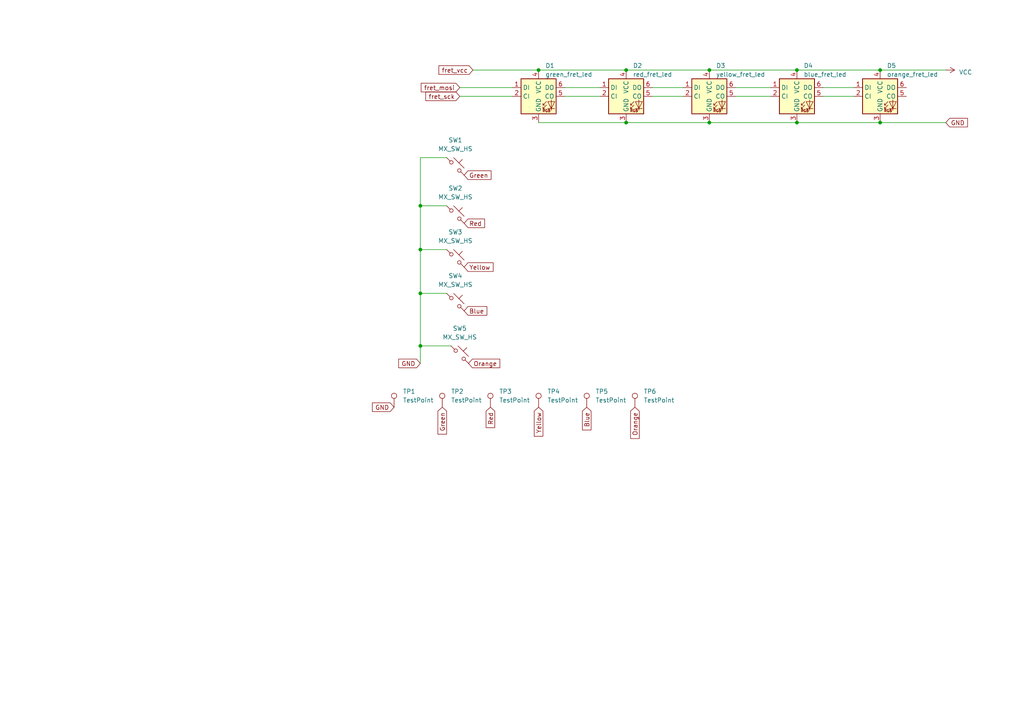
<source format=kicad_sch>
(kicad_sch (version 20230121) (generator eeschema)
  (paper "A4")
  (lib_symbols
    (symbol "Connector:TestPoint" (pin_numbers hide) (pin_names (offset 0.762) hide)
      (property "Reference" "TP" (at 0 6.858 0))
      (property "Value" "TestPoint" (at 0 5.08 0))
      (symbol "TestPoint_0_1"
        (circle (center 0 3.302) (radius 0.762))
      )
      (symbol "TestPoint_1_1"
        (pin passive line (at 0 0 90) (length 2.54) (name "1") (number "1"))
      )
    )
    (symbol "LED:APA102"
      (property "Reference" "D" (at 5.08 5.715 0))
      (property "Value" "APA102" (at 1.27 -5.715 0))
      (symbol "APA102_0_0"
        (text "RGB" (at 2.286 -4.191 0) (effects (font (size 0.762 0.762))))
      )
      (symbol "APA102_0_1"
        (polyline (pts (xy 1.27 -3.556) (xy 1.778 -3.556)))
        (polyline (pts (xy 1.27 -2.54) (xy 1.778 -2.54)))
        (polyline (pts (xy 4.699 -3.556) (xy 2.667 -3.556)))
        (polyline (pts (xy 2.286 -2.54) (xy 1.27 -3.556) (xy 1.27 -3.048)))
        (polyline (pts (xy 2.286 -1.524) (xy 1.27 -2.54) (xy 1.27 -2.032)))
        (polyline (pts (xy 3.683 -1.016) (xy 3.683 -3.556) (xy 3.683 -4.064)))
        (polyline (pts (xy 4.699 -1.524) (xy 2.667 -1.524) (xy 3.683 -3.556) (xy 4.699 -1.524)))
        (rectangle (start 5.08 5.08) (end -5.08 -5.08) (stroke (width 0.254)) (fill (type background)))
      )
      (symbol "APA102_1_1"
        (pin input line (at -7.62 2.54 0) (length 2.54) (name "DI") (number "1"))
        (pin input line (at -7.62 0 0) (length 2.54) (name "CI") (number "2"))
        (pin power_in line (at 0 -7.62 90) (length 2.54) (name "GND") (number "3"))
        (pin power_in line (at 0 7.62 270) (length 2.54) (name "VCC") (number "4"))
        (pin output line (at 7.62 0 180) (length 2.54) (name "CO") (number "5"))
        (pin output line (at 7.62 2.54 180) (length 2.54) (name "DO") (number "6"))
      )
    )
    (symbol "marbastlib-mx:MX_SW_HS" (pin_numbers hide) (pin_names (offset 1.016) hide)
      (property "Reference" "SW" (at 3.048 1.016 0))
      (property "Value" "MX_SW_HS" (at 0 -3.81 0))
      (symbol "MX_SW_HS_0_1"
        (circle (center -1.1684 1.1684) (radius 0.508))
        (polyline (pts (xy -0.508 2.54) (xy 2.54 -0.508)))
        (polyline (pts (xy 1.016 1.016) (xy 2.032 2.032)))
        (polyline (pts (xy -2.54 2.54) (xy -1.524 1.524) (xy -1.524 1.524)))
        (polyline (pts (xy 1.524 -1.524) (xy 2.54 -2.54) (xy 2.54 -2.54) (xy 2.54 -2.54)))
        (circle (center 1.143 -1.1938) (radius 0.508))
        (pin passive line (at -2.54 2.54 0) (length 0) (name "1") (number "1"))
        (pin passive line (at 2.54 -2.54 180) (length 0) (name "2") (number "2"))
      )
    )
    (symbol "power:VCC" (power) (pin_names (offset 0))
      (property "Value" "VCC" (at 0 3.81 0))
      (symbol "VCC_0_1"
        (polyline (pts (xy -0.762 1.27) (xy 0 2.54)))
        (polyline (pts (xy 0 0) (xy 0 2.54)))
        (polyline (pts (xy 0 2.54) (xy 0.762 1.27)))
      )
      (symbol "VCC_1_1"
        (pin power_in line (at 0 0 90) (length 0) hide (name "VCC") (number "1"))
      )
    )
  )
  (junction (at 231.14 20.32))
  (junction (at 121.92 100.33))
  (junction (at 121.92 85.09))
  (junction (at 205.74 20.32))
  (junction (at 255.27 20.32))
  (junction (at 205.74 35.56))
  (junction (at 255.27 35.56))
  (junction (at 231.14 35.56))
  (junction (at 181.61 35.56))
  (junction (at 181.61 20.32))
  (junction (at 121.92 59.69))
  (junction (at 121.92 72.39))
  (junction (at 156.21 20.32))
  (wire (pts (xy 231.14 35.56) (xy 255.27 35.56)))
  (wire (pts (xy 213.36 27.94) (xy 223.52 27.94)))
  (wire (pts (xy 189.23 27.94) (xy 198.12 27.94)))
  (wire (pts (xy 163.83 27.94) (xy 173.99 27.94)))
  (wire (pts (xy 156.21 35.56) (xy 181.61 35.56)))
  (wire (pts (xy 255.27 20.32) (xy 274.32 20.32)))
  (wire (pts (xy 121.92 59.69) (xy 129.54 59.69)))
  (wire (pts (xy 121.92 72.39) (xy 121.92 85.09)))
  (wire (pts (xy 238.76 27.94) (xy 247.65 27.94)))
  (wire (pts (xy 255.27 35.56) (xy 274.32 35.56)))
  (wire (pts (xy 133.35 27.94) (xy 148.59 27.94)))
  (wire (pts (xy 137.16 20.32) (xy 156.21 20.32)))
  (wire (pts (xy 213.36 25.4) (xy 223.52 25.4)))
  (wire (pts (xy 121.92 45.72) (xy 121.92 59.69)))
  (wire (pts (xy 121.92 85.09) (xy 129.54 85.09)))
  (wire (pts (xy 121.92 100.33) (xy 121.92 105.41)))
  (wire (pts (xy 121.92 85.09) (xy 121.92 100.33)))
  (wire (pts (xy 133.35 25.4) (xy 148.59 25.4)))
  (wire (pts (xy 156.21 20.32) (xy 181.61 20.32)))
  (wire (pts (xy 238.76 25.4) (xy 247.65 25.4)))
  (wire (pts (xy 121.92 72.39) (xy 129.54 72.39)))
  (wire (pts (xy 205.74 20.32) (xy 231.14 20.32)))
  (wire (pts (xy 231.14 20.32) (xy 255.27 20.32)))
  (wire (pts (xy 163.83 25.4) (xy 173.99 25.4)))
  (wire (pts (xy 121.92 100.33) (xy 130.81 100.33)))
  (wire (pts (xy 205.74 35.56) (xy 231.14 35.56)))
  (wire (pts (xy 181.61 20.32) (xy 205.74 20.32)))
  (wire (pts (xy 121.92 59.69) (xy 121.92 72.39)))
  (wire (pts (xy 189.23 25.4) (xy 198.12 25.4)))
  (wire (pts (xy 129.54 45.72) (xy 121.92 45.72)))
  (wire (pts (xy 181.61 35.56) (xy 205.74 35.56)))
  (global_label "Green" (shape input) (at 134.62 50.8 0) (property "Intersheetrefs" "${INTERSHEET_REFS}" (effects hide)))
  (global_label "fret_mosi" (shape input) (at 133.35 25.4 180) (property "Intersheetrefs" "${INTERSHEET_REFS}" (effects hide)))
  (global_label "Green" (shape input) (at 128.27 118.11 270) (property "Intersheetrefs" "${INTERSHEET_REFS}" (effects hide)))
  (global_label "fret_sck" (shape input) (at 133.35 27.94 180) (property "Intersheetrefs" "${INTERSHEET_REFS}" (effects hide)))
  (global_label "Red" (shape input) (at 142.24 118.11 270) (property "Intersheetrefs" "${INTERSHEET_REFS}" (effects hide)))
  (global_label "GND" (shape input) (at 274.32 35.56 0) (property "Intersheetrefs" "${INTERSHEET_REFS}" (effects hide)))
  (global_label "Blue" (shape input) (at 134.62 90.17 0) (property "Intersheetrefs" "${INTERSHEET_REFS}" (effects hide)))
  (global_label "Red" (shape input) (at 134.62 64.77 0) (property "Intersheetrefs" "${INTERSHEET_REFS}" (effects hide)))
  (global_label "Orange" (shape input) (at 135.89 105.41 0) (property "Intersheetrefs" "${INTERSHEET_REFS}" (effects hide)))
  (global_label "Yellow" (shape input) (at 156.21 118.11 270) (property "Intersheetrefs" "${INTERSHEET_REFS}" (effects hide)))
  (global_label "GND" (shape input) (at 121.92 105.41 180) (property "Intersheetrefs" "${INTERSHEET_REFS}" (effects hide)))
  (global_label "fret_vcc" (shape input) (at 137.16 20.32 180) (property "Intersheetrefs" "${INTERSHEET_REFS}" (effects hide)))
  (global_label "Yellow" (shape input) (at 134.62 77.47 0) (property "Intersheetrefs" "${INTERSHEET_REFS}" (effects hide)))
  (global_label "GND" (shape input) (at 114.3 118.11 180) (property "Intersheetrefs" "${INTERSHEET_REFS}" (effects hide)))
  (global_label "Orange" (shape input) (at 184.15 118.11 270) (property "Intersheetrefs" "${INTERSHEET_REFS}" (effects hide)))
  (global_label "Blue" (shape input) (at 170.18 118.11 270) (property "Intersheetrefs" "${INTERSHEET_REFS}" (effects hide)))
  (symbol (lib_id "marbastlib-mx:MX_SW_HS") (at 132.08 62.23 0) (unit 1)
    (property "Reference" "SW2" (at 132.08 54.61 0))
    (property "Value" "MX_SW_HS" (at 132.08 57.15 0))
    (property "Footprint" "marbastlib-mx:SW_MX_HS_1u" (effects hide))
  )
  (symbol (lib_id "LED:APA102") (at 205.74 27.94 0) (unit 1)
    (property "Reference" "D3" (at 207.6959 19.05 0) (effects (justify left)))
    (property "Value" "yellow_fret_led" (at 207.6959 21.59 0) (effects (justify left)))
    (property "Footprint" "LED_SMD:LED_RGB_5050-6" (effects hide))
    (property "Datasheet" "http://www.led-color.com/upload/201506/APA102%20LED.pdf" (effects hide))
  )
  (symbol (lib_id "LED:APA102") (at 181.61 27.94 0) (unit 1)
    (property "Reference" "D2" (at 183.5659 19.05 0) (effects (justify left)))
    (property "Value" "red_fret_led" (at 183.5659 21.59 0) (effects (justify left)))
    (property "Footprint" "LED_SMD:LED_RGB_5050-6" (effects hide))
    (property "Datasheet" "http://www.led-color.com/upload/201506/APA102%20LED.pdf" (effects hide))
  )
  (symbol (lib_id "marbastlib-mx:MX_SW_HS") (at 133.35 102.87 0) (unit 1)
    (property "Reference" "SW5" (at 133.35 95.25 0))
    (property "Value" "MX_SW_HS" (at 133.35 97.79 0))
    (property "Footprint" "marbastlib-mx:SW_MX_HS_1u" (effects hide))
  )
  (symbol (lib_id "marbastlib-mx:MX_SW_HS") (at 132.08 87.63 0) (unit 1)
    (property "Reference" "SW4" (at 132.08 80.01 0))
    (property "Value" "MX_SW_HS" (at 132.08 82.55 0))
    (property "Footprint" "marbastlib-mx:SW_MX_HS_1u" (effects hide))
  )
  (symbol (lib_id "Connector:TestPoint") (at 142.24 118.11 0) (unit 1)
    (property "Reference" "TP3" (at 144.78 113.5379 0) (effects (justify left)))
    (property "Value" "TestPoint" (at 144.78 116.0779 0) (effects (justify left)))
  )
  (symbol (lib_id "Connector:TestPoint") (at 156.21 118.11 0) (unit 1)
    (property "Reference" "TP4" (at 158.75 113.5379 0) (effects (justify left)))
    (property "Value" "TestPoint" (at 158.75 116.0779 0) (effects (justify left)))
  )
  (symbol (lib_id "LED:APA102") (at 231.14 27.94 0) (unit 1)
    (property "Reference" "D4" (at 233.0959 19.05 0) (effects (justify left)))
    (property "Value" "blue_fret_led" (at 233.0959 21.59 0) (effects (justify left)))
    (property "Footprint" "LED_SMD:LED_RGB_5050-6" (effects hide))
    (property "Datasheet" "http://www.led-color.com/upload/201506/APA102%20LED.pdf" (effects hide))
  )
  (symbol (lib_id "Connector:TestPoint") (at 170.18 118.11 0) (unit 1)
    (property "Reference" "TP5" (at 172.72 113.5379 0) (effects (justify left)))
    (property "Value" "TestPoint" (at 172.72 116.0779 0) (effects (justify left)))
  )
  (symbol (lib_id "Connector:TestPoint") (at 114.3 118.11 0) (unit 1)
    (property "Reference" "TP1" (at 116.84 113.5379 0) (effects (justify left)))
    (property "Value" "TestPoint" (at 116.84 116.0779 0) (effects (justify left)))
  )
  (symbol (lib_id "Connector:TestPoint") (at 128.27 118.11 0) (unit 1)
    (property "Reference" "TP2" (at 130.81 113.5379 0) (effects (justify left)))
    (property "Value" "TestPoint" (at 130.81 116.0779 0) (effects (justify left)))
  )
  (symbol (lib_id "Connector:TestPoint") (at 184.15 118.11 0) (unit 1)
    (property "Reference" "TP6" (at 186.69 113.5379 0) (effects (justify left)))
    (property "Value" "TestPoint" (at 186.69 116.0779 0) (effects (justify left)))
  )
  (symbol (lib_id "marbastlib-mx:MX_SW_HS") (at 132.08 48.26 0) (unit 1)
    (property "Reference" "SW1" (at 132.08 40.64 0))
    (property "Value" "MX_SW_HS" (at 132.08 43.18 0))
    (property "Footprint" "marbastlib-mx:SW_MX_HS_1u" (effects hide))
  )
  (symbol (lib_id "marbastlib-mx:MX_SW_HS") (at 132.08 74.93 0) (unit 1)
    (property "Reference" "SW3" (at 132.08 67.31 0))
    (property "Value" "MX_SW_HS" (at 132.08 69.85 0))
    (property "Footprint" "marbastlib-mx:SW_MX_HS_1u" (effects hide))
  )
  (symbol (lib_id "power:VCC") (at 274.32 20.32 270) (unit 1)
    (property "Reference" "#PWR01" (effects hide))
    (property "Value" "VCC" (at 278.13 20.955 90) (effects (justify left)))
  )
  (symbol (lib_id "LED:APA102") (at 156.21 27.94 0) (unit 1)
    (property "Reference" "D1" (at 158.1659 19.05 0) (effects (justify left)))
    (property "Value" "green_fret_led" (at 158.1659 21.59 0) (effects (justify left)))
    (property "Footprint" "LED_SMD:LED_RGB_5050-6" (effects hide))
    (property "Datasheet" "http://www.led-color.com/upload/201506/APA102%20LED.pdf" (effects hide))
  )
  (symbol (lib_id "LED:APA102") (at 255.27 27.94 0) (unit 1)
    (property "Reference" "D5" (at 257.2259 19.05 0) (effects (justify left)))
    (property "Value" "orange_fret_led" (at 257.2259 21.59 0) (effects (justify left)))
    (property "Footprint" "LED_SMD:LED_RGB_5050-6" (effects hide))
    (property "Datasheet" "http://www.led-color.com/upload/201506/APA102%20LED.pdf" (effects hide))
  )
)
</source>
